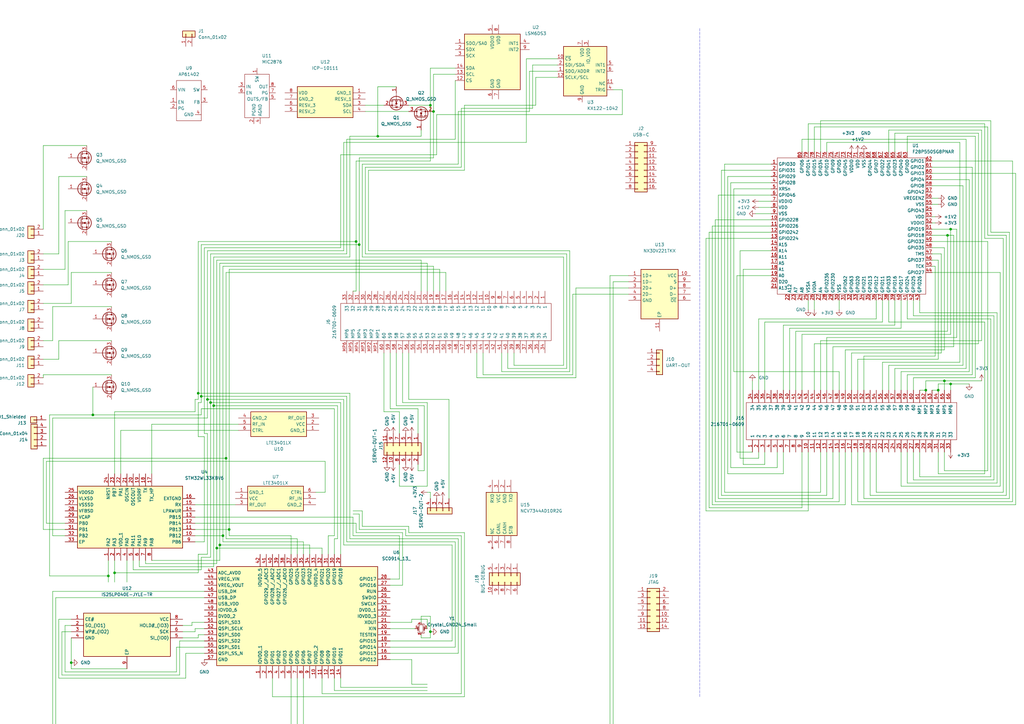
<source format=kicad_sch>
(kicad_sch (version 20250114) (generator "eeschema") (generator_version "9.0")
  (paper "A3")
  (junction (at 82.55 162.56))
  (junction (at 379.73 160.02))
  (junction (at 93.98 217.17))
  (junction (at 92.71 187.96))
  (junction (at 387.35 156.21))
  (junction (at 176.53 43.18))
  (junction (at 88.9 224.79))
  (junction (at 29.21 271.78))
  (junction (at 86.36 165.1))
  (junction (at 87.63 166.37))
  (junction (at 46.99 234.95))
  (junction (at 147.32 100.33))
  (junction (at 384.81 160.02))
  (junction (at 91.44 219.71))
  (junction (at 389.89 93.98))
  (junction (at 388.62 96.52))
  (junction (at 81.28 161.29))
  (junction (at 38.1 170.18))
  (junction (at 177.8 45.72))
  (junction (at 154.94 55.88))
  (junction (at 176.53 259.08))
  (junction (at 85.09 163.83))
  (junction (at 44.45 236.22))
  (junction (at 389.89 157.48))
  (junction (at 146.05 99.06))
  (junction (at 90.17 223.52))
  (wire (pts (xy 293.37 205.74) (xy 344.17 205.74)))
  (wire (pts (xy 384.81 157.48) (xy 389.89 157.48)))
  (wire (pts (xy 359.41 201.93) (xy 411.48 201.93)))
  (wire (pts (xy 85.09 177.8) (xy 85.09 227.33)))
  (wire (pts (xy 185.42 223.52) (xy 185.42 262.89)))
  (wire (pts (xy 412.75 203.2) (xy 412.75 96.52)))
  (wire (pts (xy 82.55 170.18) (xy 82.55 167.64)))
  (wire (pts (xy 189.23 68.58) (xy 189.23 44.45)))
  (wire (pts (xy 334.01 140.97) (xy 401.32 140.97)))
  (polyline (pts (xy 287.02 285.75) (xy 287.02 11.43)) (stroke (width 0.1) (type dash)))
  (wire (pts (xy 92.71 111.76) (xy 92.71 187.96)))
  (wire (pts (xy 205.74 144.78) (xy 205.74 152.4)))
  (wire (pts (xy 154.94 55.88) (xy 143.51 55.88)))
  (wire (pts (xy 189.23 44.45) (xy 218.44 44.45)))
  (wire (pts (xy 127 223.52) (xy 127 227.33)))
  (wire (pts (xy 311.15 185.42) (xy 311.15 187.96)))
  (wire (pts (xy 396.24 151.13) (xy 367.03 151.13)))
  (wire (pts (xy 382.27 101.6) (xy 387.35 101.6)))
  (wire (pts (xy 190.5 218.44) (xy 167.64 218.44)))
  (wire (pts (xy 49.53 176.53) (xy 97.79 176.53)))
  (wire (pts (xy 300.99 77.47) (xy 300.99 152.4)))
  (wire (pts (xy 82.55 162.56) (xy 82.55 165.1)))
  (wire (pts (xy 160.02 167.64) (xy 160.02 144.78)))
  (wire (pts (xy 62.23 229.87) (xy 90.17 229.87)))
  (wire (pts (xy 168.91 255.27) (xy 168.91 254)))
  (wire (pts (xy 369.57 199.39) (xy 410.21 199.39)))
  (wire (pts (xy 372.11 55.88) (xy 400.05 55.88)))
  (wire (pts (xy 44.45 236.22) (xy 44.45 238.76)))
  (wire (pts (xy 295.91 203.2) (xy 295.91 69.85)))
  (wire (pts (xy 295.91 69.85) (xy 316.23 69.85)))
  (wire (pts (xy 382.27 73.66) (xy 397.51 73.66)))
  (wire (pts (xy 382.27 106.68) (xy 384.81 106.68)))
  (wire (pts (xy 29.21 271.78) (xy 29.21 274.32)))
  (wire (pts (xy 157.48 168.91) (xy 157.48 144.78)))
  (wire (pts (xy 361.95 148.59) (xy 361.95 160.02)))
  (wire (pts (xy 313.69 132.08) (xy 361.95 132.08)))
  (wire (pts (xy 78.74 256.54) (xy 78.74 255.27)))
  (wire (pts (xy 17.78 139.7) (xy 21.59 139.7)))
  (wire (pts (xy 176.53 43.18) (xy 176.53 66.04)))
  (wire (pts (xy 219.71 31.75) (xy 228.6 31.75)))
  (wire (pts (xy 367.03 62.23) (xy 367.03 54.61)))
  (wire (pts (xy 92.71 220.98) (xy 121.92 220.98)))
  (wire (pts (xy 163.83 177.8) (xy 163.83 168.91)))
  (wire (pts (xy 171.45 193.04) (xy 171.45 190.5)))
  (wire (pts (xy 93.98 110.49) (xy 93.98 217.17)))
  (wire (pts (xy 359.41 130.81) (xy 359.41 123.19)))
  (wire (pts (xy 93.98 219.71) (xy 119.38 219.71)))
  (wire (pts (xy 87.63 232.41) (xy 57.15 232.41)))
  (wire (pts (xy 321.31 185.42) (xy 321.31 194.31)))
  (wire (pts (xy 294.64 204.47) (xy 341.63 204.47)))
  (wire (pts (xy 311.15 130.81) (xy 311.15 160.02)))
  (wire (pts (xy 124.46 222.25) (xy 124.46 227.33)))
  (wire (pts (xy 351.79 147.32) (xy 351.79 160.02)))
  (wire (pts (xy 91.44 219.71) (xy 91.44 222.25)))
  (wire (pts (xy 334.01 140.97) (xy 334.01 160.02)))
  (wire (pts (xy 81.28 234.95) (xy 46.99 234.95)))
  (wire (pts (xy 195.58 154.94) (xy 236.22 154.94)))
  (wire (pts (xy 316.23 80.01) (xy 294.64 80.01)))
  (wire (pts (xy 142.24 222.25) (xy 142.24 162.56)))
  (wire (pts (xy 133.35 201.93) (xy 129.54 201.93)))
  (wire (pts (xy 81.28 227.33) (xy 81.28 234.95)))
  (wire (pts (xy 62.23 194.31) (xy 62.23 173.99)))
  (wire (pts (xy 382.27 160.02) (xy 384.81 160.02)))
  (wire (pts (xy 403.86 50.8) (xy 403.86 97.79)))
  (wire (pts (xy 367.03 54.61) (xy 401.32 54.61)))
  (wire (pts (xy 24.13 72.39) (xy 35.56 72.39)))
  (wire (pts (xy 87.63 166.37) (xy 87.63 232.41)))
  (wire (pts (xy 85.09 163.83) (xy 85.09 171.45)))
  (wire (pts (xy 302.26 113.03) (xy 302.26 185.42)))
  (wire (pts (xy 80.01 163.83) (xy 80.01 168.91)))
  (wire (pts (xy 82.55 327.66) (xy 82.55 334.01)))
  (wire (pts (xy 398.78 153.67) (xy 372.11 153.67)))
  (wire (pts (xy 46.99 168.91) (xy 80.01 168.91)))
  (wire (pts (xy 171.45 167.64) (xy 160.02 167.64)))
  (wire (pts (xy 218.44 26.67) (xy 228.6 26.67)))
  (wire (pts (xy 140.97 58.42) (xy 140.97 102.87)))
  (wire (pts (xy 374.65 196.85) (xy 407.67 196.85)))
  (wire (pts (xy 369.57 152.4) (xy 369.57 160.02)))
  (wire (pts (xy 91.44 109.22) (xy 91.44 219.71)))
  (wire (pts (xy 416.56 71.12) (xy 416.56 207.01)))
  (wire (pts (xy 88.9 106.68) (xy 88.9 224.79)))
  (wire (pts (xy 367.03 123.19) (xy 367.03 133.35)))
  (wire (pts (xy 349.25 185.42) (xy 349.25 207.01)))
  (wire (pts (xy 198.12 144.78) (xy 198.12 153.67)))
  (wire (pts (xy 29.21 256.54) (xy 26.67 256.54)))
  (wire (pts (xy 21.59 139.7) (xy 21.59 125.73)))
  (wire (pts (xy 85.09 171.45) (xy 21.59 171.45)))
  (wire (pts (xy 331.47 50.8) (xy 403.86 50.8)))
  (wire (pts (xy 26.67 256.54) (xy 26.67 275.59)))
  (wire (pts (xy 185.42 262.89) (xy 160.02 262.89)))
  (wire (pts (xy 299.72 191.77) (xy 318.77 191.77)))
  (wire (pts (xy 81.28 261.62) (xy 74.93 261.62)))
  (wire (pts (xy 90.17 107.95) (xy 175.26 107.95)))
  (wire (pts (xy 82.55 100.33) (xy 147.32 100.33)))
  (wire (pts (xy 171.45 193.04) (xy 173.99 193.04)))
  (wire (pts (xy 19.05 214.63) (xy 19.05 189.23)))
  (wire (pts (xy 187.96 45.72) (xy 217.17 45.72)))
  (wire (pts (xy 81.28 99.06) (xy 146.05 99.06)))
  (wire (pts (xy 299.72 74.93) (xy 299.72 191.77)))
  (wire (pts (xy 251.46 115.57) (xy 257.81 115.57)))
  (wire (pts (xy 179.07 46.99) (xy 179.07 63.5)))
  (wire (pts (xy 298.45 194.31) (xy 298.45 72.39)))
  (wire (pts (xy 86.36 228.6) (xy 86.36 165.1)))
  (wire (pts (xy 384.81 160.02) (xy 384.81 157.48)))
  (wire (pts (xy 328.93 185.42) (xy 328.93 208.28)))
  (wire (pts (xy 255.27 36.83) (xy 255.27 46.99)))
  (wire (pts (xy 139.7 63.5) (xy 139.7 101.6)))
  (wire (pts (xy 132.08 284.48) (xy 189.23 284.48)))
  (wire (pts (xy 88.9 224.79) (xy 132.08 224.79)))
  (wire (pts (xy 81.28 161.29) (xy 81.28 163.83)))
  (wire (pts (xy 298.45 72.39) (xy 316.23 72.39)))
  (wire (pts (xy 372.11 185.42) (xy 372.11 198.12)))
  (wire (pts (xy 83.82 101.6) (xy 139.7 101.6)))
  (wire (pts (xy 292.1 92.71) (xy 292.1 207.01)))
  (wire (pts (xy 295.91 203.2) (xy 339.09 203.2)))
  (wire (pts (xy 323.85 134.62) (xy 323.85 160.02)))
  (wire (pts (xy 406.4 130.81) (xy 406.4 195.58)))
  (wire (pts (xy 184.15 204.47) (xy 184.15 163.83)))
  (wire (pts (xy 344.17 152.4) (xy 344.17 160.02)))
  (wire (pts (xy 29.21 111.76) (xy 45.72 111.76)))
  (wire (pts (xy 93.98 110.49) (xy 180.34 110.49)))
  (wire (pts (xy 402.59 139.7) (xy 402.59 53.34)))
  (wire (pts (xy 121.92 220.98) (xy 121.92 227.33)))
  (wire (pts (xy 318.77 185.42) (xy 318.77 191.77)))
  (wire (pts (xy 78.74 255.27) (xy 83.82 255.27)))
  (wire (pts (xy 144.78 119.38) (xy 146.05 119.38)))
  (wire (pts (xy 86.36 165.1) (xy 86.36 104.14)))
  (wire (pts (xy 334.01 52.07) (xy 334.01 62.23)))
  (wire (pts (xy 384.81 194.31) (xy 403.86 194.31)))
  (wire (pts (xy 290.83 208.28) (xy 290.83 95.25)))
  (wire (pts (xy 167.64 215.9) (xy 148.59 215.9)))
  (wire (pts (xy 143.51 220.98) (xy 187.96 220.98)))
  (wire (pts (xy 361.95 132.08) (xy 361.95 123.19)))
  (wire (pts (xy 151.13 102.87) (xy 151.13 69.85)))
  (wire (pts (xy 46.99 229.87) (xy 46.99 234.95)))
  (wire (pts (xy 321.31 194.31) (xy 298.45 194.31)))
  (wire (pts (xy 396.24 57.15) (xy 396.24 151.13)))
  (wire (pts (xy 336.55 185.42) (xy 336.55 201.93)))
  (wire (pts (xy 147.32 64.77) (xy 177.8 64.77)))
  (wire (pts (xy 303.53 102.87) (xy 316.23 102.87)))
  (wire (pts (xy 21.59 219.71) (xy 26.67 219.71)))
  (wire (pts (xy 186.69 222.25) (xy 142.24 222.25)))
  (wire (pts (xy 146.05 66.04) (xy 146.05 99.06)))
  (wire (pts (xy 304.8 190.5) (xy 313.69 190.5)))
  (wire (pts (xy 302.26 185.42) (xy 308.61 185.42)))
  (wire (pts (xy 389.89 93.98) (xy 392.43 93.98)))
  (wire (pts (xy 392.43 93.98) (xy 392.43 138.43)))
  (wire (pts (xy 316.23 77.47) (xy 300.99 77.47)))
  (wire (pts (xy 367.03 151.13) (xy 367.03 160.02)))
  (wire (pts (xy 74.93 259.08) (xy 80.01 259.08)))
  (wire (pts (xy 146.05 214.63) (xy 146.05 218.44)))
  (wire (pts (xy 382.27 68.58) (xy 398.78 68.58)))
  (wire (pts (xy 406.4 95.25) (xy 414.02 95.25)))
  (wire (pts (xy 167.64 43.18) (xy 176.53 43.18)))
  (wire (pts (xy 382.27 109.22) (xy 383.54 109.22)))
  (wire (pts (xy 339.09 185.42) (xy 339.09 203.2)))
  (wire (pts (xy 80.01 259.08) (xy 80.01 257.81)))
  (wire (pts (xy 364.49 160.02) (xy 364.49 149.86)))
  (wire (pts (xy 172.72 255.27) (xy 172.72 252.73)))
  (wire (pts (xy 372.11 153.67) (xy 372.11 160.02)))
  (wire (pts (xy 177.8 30.48) (xy 177.8 45.72)))
  (wire (pts (xy 328.93 208.28) (xy 290.83 208.28)))
  (wire (pts (xy 132.08 278.13) (xy 132.08 284.48)))
  (wire (pts (xy 218.44 44.45) (xy 218.44 26.67)))
  (wire (pts (xy 148.59 215.9) (xy 148.59 209.55)))
  (wire (pts (xy 383.54 109.22) (xy 383.54 146.05)))
  (wire (pts (xy 38.1 170.18) (xy 82.55 170.18)))
  (wire (pts (xy 144.78 209.55) (xy 148.59 209.55)))
  (wire (pts (xy 391.16 142.24) (xy 391.16 96.52)))
  (wire (pts (xy 82.55 233.68) (xy 82.55 228.6)))
  (wire (pts (xy 35.56 86.36) (xy 26.67 86.36)))
  (wire (pts (xy 80.01 217.17) (xy 93.98 217.17)))
  (wire (pts (xy 80.01 163.83) (xy 81.28 163.83)))
  (wire (pts (xy 21.59 242.57) (xy 21.59 342.9)))
  (wire (pts (xy 374.65 123.19) (xy 374.65 129.54)))
  (wire (pts (xy 163.83 168.91) (xy 157.48 168.91)))
  (wire (pts (xy 165.1 165.1) (xy 165.1 144.78)))
  (wire (pts (xy 29.21 261.62) (xy 29.21 271.78)))
  (wire (pts (xy 172.72 261.62) (xy 172.72 260.35)))
  (wire (pts (xy 17.78 217.17) (xy 26.67 217.17)))
  (wire (pts (xy 331.47 185.42) (xy 331.47 209.55)))
  (wire (pts (xy 137.16 283.21) (xy 175.26 283.21)))
  (wire (pts (xy 341.63 142.24) (xy 391.16 142.24)))
  (wire (pts (xy 382.27 99.06) (xy 405.13 99.06)))
  (wire (pts (xy 142.24 57.15) (xy 142.24 104.14)))
  (wire (pts (xy 311.15 82.55) (xy 316.23 82.55)))
  (wire (pts (xy 311.15 85.09) (xy 316.23 85.09)))
  (wire (pts (xy 303.53 187.96) (xy 303.53 102.87)))
  (wire (pts (xy 231.14 105.41) (xy 148.59 105.41)))
  (wire (pts (xy 189.23 219.71) (xy 166.37 219.71)))
  (wire (pts (xy 82.55 100.33) (xy 82.55 162.56)))
  (wire (pts (xy 328.93 62.23) (xy 328.93 57.15)))
  (wire (pts (xy 80.01 207.01) (xy 96.52 207.01)))
  (wire (pts (xy 316.23 92.71) (xy 292.1 92.71)))
  (wire (pts (xy 364.49 149.86) (xy 394.97 149.86)))
  (wire (pts (xy 73.66 276.86) (xy 73.66 262.89)))
  (wire (pts (xy 168.91 280.67) (xy 175.26 280.67)))
  (wire (pts (xy 384.81 185.42) (xy 384.81 194.31)))
  (wire (pts (xy 46.99 234.95) (xy 46.99 238.76)))
  (wire (pts (xy 139.7 278.13) (xy 139.7 281.94)))
  (wire (pts (xy 407.67 129.54) (xy 407.67 196.85)))
  (wire (pts (xy 177.8 45.72) (xy 177.8 64.77)))
  (wire (pts (xy 313.69 132.08) (xy 313.69 160.02)))
  (wire (pts (xy 304.8 110.49) (xy 304.8 190.5)))
  (wire (pts (xy 175.26 165.1) (xy 165.1 165.1)))
  (wire (pts (xy 59.69 231.14) (xy 59.69 229.87)))
  (wire (pts (xy 175.26 199.39) (xy 175.26 165.1)))
  (wire (pts (xy 24.13 278.13) (xy 76.2 278.13)))
  (wire (pts (xy 328.93 57.15) (xy 396.24 57.15)))
  (wire (pts (xy 341.63 185.42) (xy 341.63 204.47)))
  (wire (pts (xy 165.1 218.44) (xy 165.1 240.03)))
  (wire (pts (xy 349.25 144.78) (xy 349.25 160.02)))
  (wire (pts (xy 160.02 257.81) (xy 170.18 257.81)))
  (wire (pts (xy 172.72 119.38) (xy 172.72 106.68)))
  (wire (pts (xy 160.02 270.51) (xy 168.91 270.51)))
  (wire (pts (xy 405.13 96.52) (xy 405.13 52.07)))
  (wire (pts (xy 410.21 111.76) (xy 410.21 199.39)))
  (wire (pts (xy 17.78 124.46) (xy 29.21 124.46)))
  (wire (pts (xy 17.78 187.96) (xy 17.78 217.17)))
  (wire (pts (xy 26.67 275.59) (xy 72.39 275.59)))
  (wire (pts (xy 140.97 102.87) (xy 85.09 102.87)))
  (wire (pts (xy 111.76 278.13) (xy 111.76 285.75)))
  (wire (pts (xy 328.93 137.16) (xy 389.89 137.16)))
  (wire (pts (xy 80.01 257.81) (xy 83.82 257.81)))
  (wire (pts (xy 351.79 205.74) (xy 415.29 205.74)))
  (wire (pts (xy 208.28 144.78) (xy 208.28 151.13)))
  (wire (pts (xy 171.45 177.8) (xy 171.45 167.64)))
  (wire (pts (xy 186.69 265.43) (xy 186.69 222.25)))
  (wire (pts (xy 160.02 255.27) (xy 168.91 255.27)))
  (wire (pts (xy 182.88 111.76) (xy 92.71 111.76)))
  (wire (pts (xy 316.23 113.03) (xy 302.26 113.03)))
  (wire (pts (xy 397.51 73.66) (xy 397.51 152.4)))
  (wire (pts (xy 374.65 185.42) (xy 374.65 196.85)))
  (wire (pts (xy 62.23 173.99) (xy 97.79 173.99)))
  (wire (pts (xy 148.59 67.31) (xy 187.96 67.31)))
  (wire (pts (xy 24.13 254) (xy 24.13 278.13)))
  (wire (pts (xy 217.17 29.21) (xy 228.6 29.21)))
  (wire (pts (xy 354.33 204.47) (xy 414.02 204.47)))
  (wire (pts (xy 339.09 62.23) (xy 339.09 58.42)))
  (wire (pts (xy 394.97 76.2) (xy 382.27 76.2)))
  (wire (pts (xy 179.07 63.5) (xy 139.7 63.5)))
  (wire (pts (xy 386.08 104.14) (xy 386.08 144.78)))
  (wire (pts (xy 73.66 262.89) (xy 83.82 262.89)))
  (wire (pts (xy 398.78 68.58) (xy 398.78 153.67)))
  (wire (pts (xy 372.11 198.12) (xy 408.94 198.12)))
  (wire (pts (xy 21.59 125.73) (xy 45.72 125.73)))
  (wire (pts (xy 388.62 96.52) (xy 388.62 135.89)))
  (wire (pts (xy 22.86 341.63) (xy 22.86 245.11)))
  (wire (pts (xy 344.17 185.42) (xy 344.17 205.74)))
  (wire (pts (xy 57.15 232.41) (xy 57.15 229.87)))
  (wire (pts (xy 172.72 55.88) (xy 172.72 53.34)))
  (wire (pts (xy 400.05 154.94) (xy 374.65 154.94)))
  (wire (pts (xy 93.98 217.17) (xy 93.98 219.71)))
  (wire (pts (xy 91.44 219.71) (xy 80.01 219.71)))
  (wire (pts (xy 121.92 327.66) (xy 121.92 278.13)))
  (wire (pts (xy 195.58 144.78) (xy 195.58 154.94)))
  (wire (pts (xy 147.32 217.17) (xy 147.32 210.82)))
  (wire (pts (xy 85.09 163.83) (xy 140.97 163.83)))
  (wire (pts (xy 17.78 104.14) (xy 24.13 104.14)))
  (wire (pts (xy 339.09 138.43) (xy 392.43 138.43)))
  (wire (pts (xy 149.86 43.18) (xy 157.48 43.18)))
  (wire (pts (xy 356.87 185.42) (xy 356.87 203.2)))
  (wire (pts (xy 401.32 54.61) (xy 401.32 140.97)))
  (wire (pts (xy 377.19 128.27) (xy 408.94 128.27)))
  (wire (pts (xy 163.83 190.5) (xy 163.83 199.39)))
  (wire (pts (xy 176.53 201.93) (xy 176.53 204.47)))
  (wire (pts (xy 313.69 190.5) (xy 313.69 185.42)))
  (wire (pts (xy 91.44 109.22) (xy 177.8 109.22)))
  (wire (pts (xy 210.82 144.78) (xy 210.82 149.86)))
  (wire (pts (xy 119.38 320.04) (xy 110.49 320.04)))
  (wire (pts (xy 133.35 189.23) (xy 133.35 201.93)))
  (wire (pts (xy 139.7 281.94) (xy 175.26 281.94)))
  (wire (pts (xy 397.51 152.4) (xy 369.57 152.4)))
  (wire (pts (xy 180.34 110.49) (xy 180.34 119.38)))
  (wire (pts (xy 316.23 74.93) (xy 299.72 74.93)))
  (wire (pts (xy 189.23 219.71) (xy 189.23 284.48)))
  (wire (pts (xy 27.94 116.84) (xy 27.94 99.06)))
  (wire (pts (xy 92.71 187.96) (xy 92.71 220.98)))
  (wire (pts (xy 364.49 123.19) (xy 364.49 132.08)))
  (wire (pts (xy 383.54 146.05) (xy 354.33 146.05)))
  (wire (pts (xy 190.5 69.85) (xy 190.5 43.18)))
  (wire (pts (xy 364.49 132.08) (xy 403.86 132.08)))
  (wire (pts (xy 46.99 168.91) (xy 46.99 194.31)))
  (wire (pts (xy 255.27 46.99) (xy 179.07 46.99)))
  (wire (pts (xy 110.49 327.66) (xy 121.92 327.66)))
  (wire (pts (xy 341.63 142.24) (xy 341.63 160.02)))
  (wire (pts (xy 160.02 265.43) (xy 186.69 265.43)))
  (wire (pts (xy 387.35 156.21) (xy 402.59 156.21)))
  (wire (pts (xy 386.08 144.78) (xy 349.25 144.78)))
  (wire (pts (xy 29.21 259.08) (xy 25.4 259.08)))
  (wire (pts (xy 187.96 220.98) (xy 187.96 267.97)))
  (wire (pts (xy 163.83 237.49) (xy 163.83 219.71)))
  (wire (pts (xy 369.57 123.19) (xy 369.57 134.62)))
  (wire (pts (xy 351.79 185.42) (xy 351.79 205.74)))
  (wire (pts (xy 173.99 193.04) (xy 173.99 166.37)))
  (wire (pts (xy 339.09 58.42) (xy 393.7 58.42)))
  (wire (pts (xy 309.88 87.63) (xy 316.23 87.63)))
  (wire (pts (xy 250.19 113.03) (xy 250.19 341.63)))
  (wire (pts (xy 25.4 276.86) (xy 73.66 276.86)))
  (wire (pts (xy 21.59 342.9) (xy 251.46 342.9)))
  (wire (pts (xy 382.27 88.9) (xy 383.54 88.9)))
  (wire (pts (xy 293.37 205.74) (xy 293.37 90.17)))
  (wire (pts (xy 382.27 81.28) (xy 384.81 81.28)))
  (wire (pts (xy 408.94 128.27) (xy 408.94 198.12)))
  (wire (pts (xy 297.18 201.93) (xy 336.55 201.93)))
  (wire (pts (xy 389.89 157.48) (xy 397.51 157.48)))
  (wire (pts (xy 387.35 160.02) (xy 387.35 156.21)))
  (wire (pts (xy 387.35 156.21) (xy 379.73 156.21)))
  (wire (pts (xy 175.26 201.93) (xy 176.53 201.93)))
  (wire (pts (xy 83.82 101.6) (xy 83.82 177.8)))
  (wire (pts (xy 25.4 259.08) (xy 25.4 276.86)))
  (wire (pts (xy 177.8 119.38) (xy 177.8 109.22)))
  (wire (pts (xy 17.78 147.32) (xy 24.13 147.32)))
  (wire (pts (xy 406.4 49.53) (xy 406.4 95.25)))
  (wire (pts (xy 328.93 160.02) (xy 328.93 137.16)))
  (wire (pts (xy 76.2 278.13) (xy 76.2 267.97)))
  (wire (pts (xy 405.13 52.07) (xy 334.01 52.07)))
  (wire (pts (xy 52.07 229.87) (xy 52.07 238.76)))
  (wire (pts (xy 374.65 129.54) (xy 407.67 129.54)))
  (wire (pts (xy 384.81 106.68) (xy 384.81 147.32)))
  (wire (pts (xy 215.9 24.13) (xy 215.9 58.42)))
  (wire (pts (xy 297.18 67.31) (xy 297.18 201.93)))
  (wire (pts (xy 176.53 259.08) (xy 176.53 261.62)))
  (wire (pts (xy 346.71 160.02) (xy 346.71 143.51)))
  (wire (pts (xy 234.95 120.65) (xy 257.81 120.65)))
  (wire (pts (xy 379.73 156.21) (xy 379.73 160.02)))
  (wire (pts (xy 162.56 166.37) (xy 162.56 144.78)))
  (wire (pts (xy 215.9 58.42) (xy 140.97 58.42)))
  (wire (pts (xy 26.67 86.36) (xy 26.67 110.49)))
  (wire (pts (xy 187.96 267.97) (xy 160.02 267.97)))
  (wire (pts (xy 336.55 160.02) (xy 336.55 139.7)))
  (wire (pts (xy 44.45 229.87) (xy 44.45 236.22)))
  (wire (pts (xy 82.55 162.56) (xy 142.24 162.56)))
  (wire (pts (xy 186.69 33.02) (xy 186.69 57.15)))
  (wire (pts (xy 83.82 179.07) (xy 81.28 179.07)))
  (wire (pts (xy 403.86 97.79) (xy 411.48 97.79)))
  (wire (pts (xy 308.61 156.21) (xy 308.61 160.02)))
  (wire (pts (xy 326.39 135.89) (xy 326.39 160.02)))
  (wire (pts (xy 374.65 154.94) (xy 374.65 160.02)))
  (wire (pts (xy 172.72 252.73) (xy 176.53 252.73)))
  (wire (pts (xy 186.69 57.15) (xy 142.24 57.15)))
  (wire (pts (xy 149.86 68.58) (xy 189.23 68.58)))
  (wire (pts (xy 372.11 130.81) (xy 406.4 130.81)))
  (wire (pts (xy 143.51 55.88) (xy 143.51 105.41)))
  (wire (pts (xy 182.88 119.38) (xy 182.88 111.76)))
  (wire (pts (xy 339.09 138.43) (xy 339.09 160.02)))
  (wire (pts (xy 382.27 83.82) (xy 384.81 83.82)))
  (wire (pts (xy 160.02 237.49) (xy 163.83 237.49)))
  (wire (pts (xy 29.21 254) (xy 24.13 254)))
  (wire (pts (xy 387.35 193.04) (xy 387.35 185.42)))
  (wire (pts (xy 20.32 170.18) (xy 38.1 170.18)))
  (wire (pts (xy 17.78 110.49) (xy 26.67 110.49)))
  (wire (pts (xy 393.7 148.59) (xy 361.95 148.59)))
  (wire (pts (xy 219.71 43.18) (xy 219.71 31.75)))
  (wire (pts (xy 377.19 160.02) (xy 379.73 160.02)))
  (wire (pts (xy 400.05 55.88) (xy 400.05 154.94)))
  (wire (pts (xy 293.37 90.17) (xy 316.23 90.17)))
  (wire (pts (xy 184.15 163.83) (xy 167.64 163.83)))
  (wire (pts (xy 257.81 113.03) (xy 250.19 113.03)))
  (wire (pts (xy 354.33 185.42) (xy 354.33 204.47)))
  (wire (pts (xy 111.76 285.75) (xy 190.5 285.75)))
  (wire (pts (xy 364.49 53.34) (xy 402.59 53.34)))
  (wire (pts (xy 232.41 104.14) (xy 149.86 104.14)))
  (wire (pts (xy 190.5 43.18) (xy 219.71 43.18)))
  (wire (pts (xy 29.21 124.46) (xy 29.21 111.76)))
  (wire (pts (xy 81.28 260.35) (xy 81.28 261.62)))
  (wire (pts (xy 27.94 99.06) (xy 45.72 99.06)))
  (wire (pts (xy 311.15 130.81) (xy 359.41 130.81)))
  (wire (pts (xy 17.78 93.98) (xy 17.78 59.69)))
  (wire (pts (xy 208.28 151.13) (xy 232.41 151.13)))
  (wire (pts (xy 81.28 165.1) (xy 82.55 165.1)))
  (wire (pts (xy 372.11 123.19) (xy 372.11 130.81)))
  (wire (pts (xy 168.91 254) (xy 175.26 254)))
  (wire (pts (xy 81.28 179.07) (xy 81.28 165.1)))
  (wire (pts (xy 91.44 222.25) (xy 124.46 222.25)))
  (wire (pts (xy 22.86 245.11) (xy 83.82 245.11)))
  (wire (pts (xy 172.72 261.62) (xy 176.53 261.62)))
  (wire (pts (xy 137.16 167.64) (xy 137.16 219.71)))
  (wire (pts (xy 205.74 152.4) (xy 233.68 152.4)))
  (wire (pts (xy 364.49 62.23) (xy 364.49 53.34)))
  (wire (pts (xy 45.72 153.67) (xy 17.78 153.67)))
  (wire (pts (xy 17.78 59.69) (xy 35.56 59.69)))
  (wire (pts (xy 20.32 236.22) (xy 20.32 170.18)))
  (wire (pts (xy 83.82 260.35) (xy 81.28 260.35)))
  (wire (pts (xy 321.31 160.02) (xy 321.31 133.35)))
  (wire (pts (xy 346.71 143.51) (xy 387.35 143.51)))
  (wire (pts (xy 300.99 152.4) (xy 344.17 152.4)))
  (wire (pts (xy 146.05 66.04) (xy 176.53 66.04)))
  (wire (pts (xy 354.33 146.05) (xy 354.33 160.02)))
  (wire (pts (xy 377.19 123.19) (xy 377.19 128.27)))
  (wire (pts (xy 187.96 67.31) (xy 187.96 45.72)))
  (wire (pts (xy 143.51 161.29) (xy 143.51 220.98)))
  (wire (pts (xy 415.29 205.74) (xy 415.29 66.04)))
  (wire (pts (xy 90.17 229.87) (xy 90.17 223.52)))
  (wire (pts (xy 405.13 193.04) (xy 387.35 193.04)))
  (wire (pts (xy 175.26 107.95) (xy 175.26 119.38)))
  (wire (pts (xy 134.62 227.33) (xy 134.62 219.71)))
  (wire (pts (xy 389.89 157.48) (xy 389.89 160.02)))
  (wire (pts (xy 198.12 153.67) (xy 234.95 153.67)))
  (wire (pts (xy 151.13 69.85) (xy 190.5 69.85)))
  (wire (pts (xy 344.17 123.19) (xy 344.17 127)))
  (wire (pts (xy 154.94 55.88) (xy 172.72 55.88)))
  (wire (pts (xy 90.17 223.52) (xy 90.17 107.95)))
  (wire (pts (xy 290.83 95.25) (xy 316.23 95.25)))
  (wire (pts (xy 236.22 118.11) (xy 257.81 118.11)))
  (wire (pts (xy 81.28 99.06) (xy 81.28 161.29)))
  (wire (pts (xy 144.78 219.71) (xy 144.78 212.09)))
  (wire (pts (xy 143.51 105.41) (xy 87.63 105.41)))
  (wire (pts (xy 369.57 185.42) (xy 369.57 199.39)))
  (wire (pts (xy 334.01 123.19) (xy 334.01 127)))
  (wire (pts (xy 316.23 110.49) (xy 304.8 110.49)))
  (wire (pts (xy 336.55 49.53) (xy 406.4 49.53)))
  (wire (pts (xy 140.97 163.83) (xy 140.97 223.52)))
  (wire (pts (xy 85.09 102.87) (xy 85.09 163.83)))
  (wire (pts (xy 167.64 218.44) (xy 167.64 215.9)))
  (wire (pts (xy 382.27 104.14) (xy 386.08 104.14)))
  (wire (pts (xy 29.21 274.32) (xy 52.07 274.32)))
  (wire (pts (xy 336.55 62.23) (xy 336.55 49.53)))
  (wire (pts (xy 311.15 187.96) (xy 303.53 187.96)))
  (wire (pts (xy 359.41 185.42) (xy 359.41 201.93)))
  (wire (pts (xy 289.56 209.55) (xy 331.47 209.55)))
  (wire (pts (xy 24.13 147.32) (xy 24.13 139.7)))
  (wire (pts (xy 144.78 219.71) (xy 163.83 219.71)))
  (wire (pts (xy 134.62 219.71) (xy 137.16 219.71)))
  (wire (pts (xy 160.02 240.03) (xy 165.1 240.03)))
  (wire (pts (xy 119.38 219.71) (xy 119.38 227.33)))
  (wire (pts (xy 49.53 176.53) (xy 49.53 194.31)))
  (wire (pts (xy 384.81 147.32) (xy 351.79 147.32)))
  (wire (pts (xy 144.78 210.82) (xy 147.32 210.82)))
  (wire (pts (xy 346.71 185.42) (xy 346.71 207.01)))
  (wire (pts (xy 72.39 275.59) (xy 72.39 265.43)))
  (wire (pts (xy 83.82 222.25) (xy 83.82 179.07)))
  (wire (pts (xy 236.22 154.94) (xy 236.22 118.11)))
  (wire (pts (xy 85.09 177.8) (xy 83.82 177.8)))
  (wire (pts (xy 190.5 218.44) (xy 190.5 285.75)))
  (wire (pts (xy 210.82 149.86) (xy 231.14 149.86)))
  (wire (pts (xy 228.6 24.13) (xy 215.9 24.13)))
  (wire (pts (xy 162.56 35.56) (xy 154.94 35.56)))
  (wire (pts (xy 382.27 71.12) (xy 416.56 71.12)))
  (wire (pts (xy 88.9 224.79) (xy 88.9 231.14)))
  (wire (pts (xy 412.75 96.52) (xy 405.13 96.52)))
  (wire (pts (xy 168.91 270.51) (xy 168.91 280.67)))
  (wire (pts (xy 124.46 334.01) (xy 124.46 278.13)))
  (wire (pts (xy 72.39 265.43) (xy 83.82 265.43)))
  (wire (pts (xy 382.27 96.52) (xy 388.62 96.52)))
  (wire (pts (xy 372.11 62.23) (xy 372.11 55.88)))
  (wire (pts (xy 388.62 135.89) (xy 326.39 135.89)))
  (wire (pts (xy 90.17 223.52) (xy 127 223.52)))
  (wire (pts (xy 233.68 102.87) (xy 151.13 102.87)))
  (wire (pts (xy 138.43 166.37) (xy 138.43 220.98)))
  (wire (pts (xy 137.16 227.33) (xy 137.16 220.98)))
  (wire (pts (xy 292.1 207.01) (xy 346.71 207.01)))
  (wire (pts (xy 251.46 36.83) (xy 255.27 36.83)))
  (wire (pts (xy 369.57 134.62) (xy 323.85 134.62)))
  (wire (pts (xy 394.97 149.86) (xy 394.97 76.2)))
  (wire (pts (xy 44.45 236.22) (xy 20.32 236.22)))
  (wire (pts (xy 54.61 233.68) (xy 82.55 233.68)))
  (wire (pts (xy 294.64 80.01) (xy 294.64 204.47)))
  (wire (pts (xy 82.55 334.01) (xy 124.46 334.01)))
  (wire (pts (xy 176.53 27.94) (xy 176.53 43.18)))
  (wire (pts (xy 233.68 152.4) (xy 233.68 102.87)))
  (wire (pts (xy 146.05 218.44) (xy 165.1 218.44)))
  (wire (pts (xy 234.95 153.67) (xy 234.95 120.65)))
  (wire (pts (xy 19.05 214.63) (xy 26.67 214.63)))
  (wire (pts (xy 149.86 45.72) (xy 167.64 45.72)))
  (wire (pts (xy 147.32 100.33) (xy 147.32 119.38)))
  (wire (pts (xy 85.09 227.33) (xy 81.28 227.33)))
  (wire (pts (xy 166.37 219.71) (xy 166.37 217.17)))
  (wire (pts (xy 167.64 163.83) (xy 167.64 144.78)))
  (wire (pts (xy 166.37 217.17) (xy 147.32 217.17)))
  (wire (pts (xy 74.93 256.54) (xy 78.74 256.54)))
  (wire (pts (xy 24.13 72.39) (xy 24.13 104.14)))
  (wire (pts (xy 316.23 97.79) (xy 289.56 97.79)))
  (wire (pts (xy 377.19 195.58) (xy 377.19 185.42)))
  (wire (pts (xy 405.13 99.06) (xy 405.13 193.04)))
  (wire (pts (xy 176.53 252.73) (xy 176.53 259.08)))
  (wire (pts (xy 406.4 195.58) (xy 377.19 195.58)))
  (wire (pts (xy 88.9 231.14) (xy 59.69 231.14)))
  (wire (pts (xy 349.25 207.01) (xy 416.56 207.01)))
  (wire (pts (xy 336.55 139.7) (xy 402.59 139.7)))
  (wire (pts (xy 148.59 105.41) (xy 148.59 67.31)))
  (wire (pts (xy 217.17 45.72) (xy 217.17 29.21)))
  (wire (pts (xy 147.32 64.77) (xy 147.32 100.33)))
  (wire (pts (xy 119.38 278.13) (xy 119.38 320.04)))
  (wire (pts (xy 80.01 222.25) (xy 83.82 222.25)))
  (wire (pts (xy 331.47 62.23) (xy 331.47 50.8)))
  (wire (pts (xy 289.56 97.79) (xy 289.56 209.55)))
  (wire (pts (xy 82.55 228.6) (xy 86.36 228.6)))
  (wire (pts (xy 87.63 166.37) (xy 138.43 166.37)))
  (wire (pts (xy 382.27 91.44) (xy 383.54 91.44)))
  (wire (pts (xy 76.2 267.97) (xy 83.82 267.97)))
  (wire (pts (xy 186.69 27.94) (xy 176.53 27.94)))
  (wire (pts (xy 250.19 341.63) (xy 22.86 341.63)))
  (wire (pts (xy 149.86 104.14) (xy 149.86 68.58)))
  (wire (pts (xy 331.47 123.19) (xy 331.47 127)))
  (wire (pts (xy 389.89 93.98) (xy 389.89 137.16)))
  (wire (pts (xy 83.82 242.57) (xy 21.59 242.57)))
  (wire (pts (xy 382.27 93.98) (xy 389.89 93.98)))
  (wire (pts (xy 231.14 149.86) (xy 231.14 105.41)))
  (wire (pts (xy 163.83 199.39) (xy 175.26 199.39)))
  (wire (pts (xy 403.86 132.08) (xy 403.86 194.31)))
  (wire (pts (xy 139.7 165.1) (xy 139.7 227.33)))
  (wire (pts (xy 387.35 101.6) (xy 387.35 143.51)))
  (wire (pts (xy 24.13 139.7) (xy 45.72 139.7)))
  (wire (pts (xy 38.1 170.18) (xy 38.1 158.75)))
  (wire (pts (xy 87.63 105.41) (xy 87.63 166.37)))
  (wire (pts (xy 81.28 161.29) (xy 143.51 161.29)))
  (wire (pts (xy 173.99 166.37) (xy 162.56 166.37)))
  (wire (pts (xy 144.78 212.09) (xy 80.01 212.09)))
  (wire (pts (xy 139.7 165.1) (xy 86.36 165.1)))
  (wire (pts (xy 21.59 171.45) (xy 21.59 219.71)))
  (wire (pts (xy 140.97 223.52) (xy 185.42 223.52)))
  (wire (pts (xy 82.55 167.64) (xy 137.16 167.64)))
  (wire (pts (xy 186.69 30.48) (xy 177.8 30.48)))
  (wire (pts (xy 137.16 220.98) (xy 138.43 220.98)))
  (wire (pts (xy 391.16 96.52) (xy 388.62 96.52)))
  (wire (pts (xy 415.29 66.04) (xy 382.27 66.04)))
  (wire (pts (xy 19.05 189.23) (xy 133.35 189.23)))
  (wire (pts (xy 132.08 224.79) (xy 132.08 227.33)))
  (wire (pts (xy 321.31 133.35) (xy 367.03 133.35)))
  (wire (pts (xy 146.05 99.06) (xy 146.05 119.38)))
  (wire (pts (xy 17.78 116.84) (xy 27.94 116.84)))
  (wire (pts (xy 86.36 104.14) (xy 142.24 104.14)))
  (wire (pts (xy 54.61 229.87) (xy 54.61 233.68)))
  (wire (pts (xy 175.26 254) (xy 175.26 257.81)))
  (wire (pts (xy 382.27 111.76) (xy 410.21 111.76)))
  (wire (pts (xy 316.23 67.31) (xy 297.18 67.31)))
  (wire (pts (xy 172.72 106.68) (xy 88.9 106.68)))
  (wire (pts (xy 232.41 151.13) (xy 232.41 104.14)))
  (wire (pts (xy 92.71 187.96) (xy 17.78 187.96)))
  (wire (pts (xy 137.16 278.13) (xy 137.16 283.21)))
  (wire (pts (xy 251.46 342.9) (xy 251.46 115.57)))
  (wire (pts (xy 356.87 203.2) (xy 412.75 203.2)))
  (wire (pts (xy 414.02 95.25) (xy 414.02 204.47)))
  (wire (pts (xy 154.94 35.56) (xy 154.94 55.88)))
  (wire (pts (xy 411.48 97.79) (xy 411.48 201.93)))
  (wire (pts (xy 17.78 153.67) (xy 17.78 154.94)))
  (wire (pts (xy 80.01 214.63) (xy 146.05 214.63)))
  (wire (pts (xy 393.7 58.42) (xy 393.7 148.59)))
  (symbol (lib_id "New_Library:AP61402") (at 77.47 40.64 0) (unit 1)
    (property "Reference" "U9" (at 77.47 27.94 0))
    (property "Value" "AP61402" (at 77.47 30.48 0))
    (property "Footprint" "216700-0609:V-DFN1515-6" (effects (hide yes)))
  )
  (symbol (lib_id "power:GND") (at 158.75 177.8 180) (unit 1)
    (property "Reference" "#PWR0109" (effects (hide yes)))
    (property "Value" "GND" (at 158.75 172.72 90))
  )
  (symbol (lib_id "Connector_Generic:Conn_01x02") (at 12.7 149.86 180) (unit 1)
    (property "Reference" "J11" (at 10.16 149.8601 0) (effects (justify left)))
    (property "Value" "Conn_01x02" (at 10.16 147.3201 0) (effects (justify left)))
    (property "Footprint" "Connector_AMASS:AMASS_XT30U-F_1x02_P5.0mm_Vertical" (effects (hide yes)))
  )
  (symbol (lib_id "New_Library:F28P550SG8PNAR") (at 346.71 92.71 0) (unit 1)
    (property "Reference" "U1" (at 374.1294 59.69 0) (effects (justify left)))
    (property "Value" "F28P550SG8PNAR" (at 374.1294 62.23 0) (effects (justify left)))
    (property "Footprint" "Package_QFP:TQFP-80_12x12mm_P0.5mm" (effects (hide yes)))
  )
  (symbol (lib_id "Connector_Generic:Conn_01x02") (at 12.7 106.68 180) (unit 1)
    (property "Reference" "J3" (at 10.16 106.6801 0) (effects (justify left)))
    (property "Value" "Conn_01x02" (at 10.16 104.1401 0) (effects (justify left)))
    (property "Footprint" "Connector_AMASS:AMASS_XT30U-F_1x02_P5.0mm_Vertical" (effects (hide yes)))
  )
  (symbol (lib_id "power:GND") (at 176.53 259.08 90) (unit 1)
    (property "Reference" "#PWR0114" (effects (hide yes)))
    (property "Value" "GND" (at 180.34 259.0799 90) (effects (justify right)))
  )
  (symbol (lib_id "Sensor_Motion:LSM6DS3") (at 201.93 25.4 0) (unit 1)
    (property "Reference" "U2" (at 219.71 11.2012 0))
    (property "Value" "LSM6DS3" (at 219.71 13.7412 0))
    (property "Footprint" "Package_LGA:LGA-14_3x2.5mm_P0.5mm_LayoutBorder3x4y" (effects (hide yes)))
    (property "Datasheet" "www.st.com/resource/en/datasheet/lsm6ds3.pdf" (effects (hide yes)))
  )
  (symbol (lib_id "power:+3.3V") (at 389.89 185.42 180) (unit 1)
    (property "Reference" "#PWR0125" (effects (hide yes)))
    (property "Value" "+3V3" (at 392.43 186.6899 0) (effects (justify right)))
  )
  (symbol (lib_id "power:GND") (at 179.07 204.47 180) (unit 1)
    (property "Reference" "#PWR0102" (effects (hide yes)))
    (property "Value" "GND" (at 179.07 199.39 90))
  )
  (symbol (lib_id "Connector_Generic:Conn_01x04") (at 270.51 147.32 0) (unit 1)
    (property "Reference" "J10" (at 273.05 147.3199 0) (effects (justify left)))
    (property "Value" "UART-OUT" (at 273.05 149.8599 0) (effects (justify left)))
    (property "Footprint" "Connector_PinHeader_2.54mm:PinHeader_1x04_P2.54mm_Vertical" (effects (hide yes)))
  )
  (symbol (lib_id "Connector_Generic:Conn_01x02") (at 12.7 127 180) (unit 1)
    (property "Reference" "J7" (at 10.16 127.0001 0) (effects (justify left)))
    (property "Value" "Conn_01x02" (at 10.16 124.4601 0) (effects (justify left)))
    (property "Footprint" "Connector_AMASS:AMASS_XT30U-F_1x02_P5.0mm_Vertical" (effects (hide yes)))
  )
  (symbol (lib_id "power:+5V") (at 168.91 190.5 180) (unit 1)
    (property "Reference" "#PWR0101" (effects (hide yes)))
    (property "Value" "+5V" (at 168.91 194.31 90) (effects (justify left)))
  )
  (symbol (lib_id "power:+1V2") (at 351.79 62.23 0) (unit 1)
    (property "Reference" "#PWR0117" (effects (hide yes)))
    (property "Value" "+1V2" (at 351.79 57.15 0))
  )
  (symbol (lib_id "STM32WL33KBV6:STM32WL33KBV6") (at 44.45 229.87 90) (unit 1)
    (property "Reference" "U4" (at 83.82 193.5605 90))
    (property "Value" "STM32WL33KBV6" (at 83.82 196.1005 90))
    (property "Footprint" "Package_DFN_QFN:VQFN-32-1EP_5x5mm_P0.5mm_EP3.5x3.5mm_ThermalVias" (effects (hide yes)))
    (property "Reference_1" "IC" (effects (hide yes)))
    (property "Value_1" "STM32WL33KBV6" (effects (hide yes)))
    (property "Footprint_1" "QFN50P500X500X100-33N-D" (effects (hide yes)))
    (property "Datasheet_1" "https://www.st.com/resource/en/datasheet/stm32wl33c8.pdf" (effects (hide yes)))
    (property "Height" "1" (effects (hide yes)))
    (property "Manufacturer_Name" "STMicroelectronics" (effects (hide yes)))
    (property "Manufacturer_Part_Number" "STM32WL33KBV6" (effects (hide yes)))
  )
  (symbol (lib_id "power:+3V3") (at 175.26 201.93 90) (unit 1)
    (property "Reference" "#PWR0104" (effects (hide yes)))
    (property "Value" "+3V3" (at 170.18 201.93 0))
  )
  (symbol (lib_id "Connector_Generic:Conn_01x04") (at 181.61 209.55 270) (unit 1)
    (property "Reference" "J17" (at 170.18 209.55 0))
    (property "Value" "SERVO-OUT-2" (at 172.72 209.55 0))
    (property "Footprint" "Connector_PinHeader_2.54mm:PinHeader_1x04_P2.54mm_Vertical" (effects (hide yes)))
  )
  (symbol (lib_id "power:+3.3V") (at 311.15 82.55 90) (unit 1)
    (property "Reference" "#PWR0123" (effects (hide yes)))
    (property "Value" "+3V3" (at 302.26 82.55 90) (effects (justify right)))
  )
  (symbol (lib_id "power:GND") (at 397.51 157.48 0) (unit 1)
    (property "Reference" "#PWR0126" (effects (hide yes)))
    (property "Value" "GND" (at 397.51 162.56 0))
  )
  (symbol (lib_id "Connector_Generic:Conn_01x02") (at 12.7 157.48 180) (unit 1)
    (property "Reference" "J12" (at 10.16 157.4801 0) (effects (justify left)))
    (property "Value" "Conn_01x02" (at 10.16 154.9401 0) (effects (justify left)))
    (property "Footprint" "Connector_AMASS:AMASS_XT30U-F_1x02_P5.0mm_Vertical" (effects (hide yes)))
  )
  (symbol (lib_id "Device:Q_NMOS_GSD") (at 43.18 116.84 0) (unit 1)
    (property "Reference" "Q7" (at 49.53 115.5699 0) (effects (justify left)))
    (property "Value" "Q_NMOS_GSD" (at 49.53 118.1099 0) (effects (justify left)))
    (property "Footprint" "Package_TO_SOT_SMD:SOT-23W" (effects (hide yes)))
  )
  (symbol (lib_id "Connector_Generic:Conn_01x02") (at 76.2 13.97 90) (unit 1)
    (property "Reference" "J1" (at 81.28 12.6999 90) (effects (justify right)))
    (property "Value" "Conn_01x02" (at 81.28 15.2399 90) (effects (justify right)))
    (property "Footprint" "Connector_AMASS:AMASS_XT30U-F_1x02_P5.0mm_Vertical" (effects (hide yes)))
  )
  (symbol (lib_id "Sensor_Motion:KX122-1042") (at 238.76 29.21 0) (unit 1)
    (property "Reference" "U3" (at 240.7794 41.91 0) (effects (justify left)))
    (property "Value" "KX122-1042" (at 240.7794 44.45 0) (effects (justify left)))
    (property "Footprint" "Package_LGA:LGA-12_2x2mm_P0.5mm" (effects (hide yes)))
    (property "Datasheet" "http://kionixfs.kionix.com/en/datasheet/KX112-1042-Specifications-Rev-6.0.pdf" (effects (hide yes)))
  )
  (symbol (lib_id "power:GND") (at 166.37 190.5 0) (unit 1)
    (property "Reference" "#PWR0105" (effects (hide yes)))
    (property "Value" "GND" (at 166.37 195.58 90))
  )
  (symbol (lib_id "power:+5V") (at 161.29 177.8 0) (unit 1)
    (property "Reference" "#PWR0110" (effects (hide yes)))
    (property "Value" "+5V" (at 161.29 173.99 90) (effects (justify left)))
  )
  (symbol (lib_id "Device:Q_NMOS_GSD") (at 43.18 130.81 0) (unit 1)
    (property "Reference" "Q8" (at 49.53 129.5399 0) (effects (justify left)))
    (property "Value" "Q_NMOS_GSD" (at 49.53 132.0799 0) (effects (justify left)))
    (property "Footprint" "Package_TO_SOT_SMD:SOT-23W" (effects (hide yes)))
  )
  (symbol (lib_id "power:GND") (at 384.81 83.82 90) (unit 1)
    (property "Reference" "#PWR0130" (effects (hide yes)))
    (property "Value" "GND" (at 388.62 83.8199 90) (effects (justify right)))
  )
  (symbol (lib_id "power:GND") (at 308.61 156.21 180) (unit 1)
    (property "Reference" "#PWR0115" (effects (hide yes)))
    (property "Value" "GND" (at 311.15 154.9399 0) (effects (justify right)))
  )
  (symbol (lib_id "Connector_Generic:Conn_01x01") (at 13.843 172.212 180) (unit 1)
    (property "Reference" "J13" (at 10.795 173.4821 0) (effects (justify left)))
    (property "Value" "Conn_01x01_Shielded" (at 10.795 170.9421 0) (effects (justify left)))
    (property "Footprint" "RF_Antenna:Texas_SWRA416_868MHz_915MHz" (effects (hide yes)))
  )
  (symbol (lib_id "Device:Q_NMOS_GSD") (at 43.18 104.14 0) (unit 1)
    (property "Reference" "Q6" (at 49.53 102.8699 0) (effects (justify left)))
    (property "Value" "Q_NMOS_GSD" (at 49.53 105.4099 0) (effects (justify left)))
    (property "Footprint" "Package_TO_SOT_SMD:SOT-23W" (effects (hide yes)))
  )
  (symbol (lib_id "SC0914_13_:SC0914_13_") (at 106.68 278.13 90) (unit 1)
    (property "Reference" "U6" (at 162.56 226.5805 90))
    (property "Value" "SC0914_13_" (at 162.56 229.1205 90))
    (property "Footprint" "SC0914_13_:SC091413" (effects (hide yes)))
    (property "Reference_1" "J" (effects (hide yes)))
    (property "Value_1" "SC0914_13_" (effects (hide yes)))
    (property "Footprint_1" "SC091413" (effects (hide yes)))
    (property "Datasheet_1" "https://datasheets.raspberrypi.com/rp2040/rp2040-datasheet.pdf" (effects (hide yes)))
    (property "Height" "0.9" (effects (hide yes)))
    (property "Manufacturer_Name" "RASPBERRY-PI" (effects (hide yes)))
    (property "Manufacturer_Part_Number" "SC0914(13)" (effects (hide yes)))
    (property "Mouser Part Number" "358-SC091413" (effects (hide yes)))
    (property "Mouser Price/Stock" "https://www.mouser.co.uk/ProductDetail/Raspberry-Pi/SC091413?qs=T%252BzbugeAwjhr%252BUbBr3TJcw%3D%3D" (effects (hide yes)))
  )
  (symbol (lib_id "Connector_Generic:Conn_02x07_Odd_Even") (at 266.7 250.19 0) (unit 1)
    (property "Reference" "J19" (at 267.97 236.22 0))
    (property "Value" "JTAG" (at 267.97 238.76 0))
    (property "Footprint" "Connector_PinHeader_2.54mm:PinHeader_2x07_P2.54mm_Vertical" (effects (hide yes)))
  )
  (symbol (lib_id "power:GND") (at 384.81 81.28 90) (unit 1)
    (property "Reference" "#PWR0129" (effects (hide yes)))
    (property "Value" "GND" (at 388.62 81.2799 90) (effects (justify right)))
  )
  (symbol (lib_id "power:+5V") (at 161.29 190.5 180) (unit 1)
    (property "Reference" "#PWR0108" (effects (hide yes)))
    (property "Value" "+5V" (at 161.29 194.31 90) (effects (justify left)))
  )
  (symbol (lib_id "power:GND") (at 83.82 270.51 0) (unit 1)
    (property "Reference" "#PWR0112" (effects (hide yes)))
    (property "Value" "GND" (at 83.82 275.59 0))
  )
  (symbol (lib_id "power:GND") (at 158.75 190.5 0) (unit 1)
    (property "Reference" "#PWR0107" (effects (hide yes)))
    (property "Value" "GND" (at 158.75 195.58 90))
  )
  (symbol (lib_id "Device:Q_NMOS_GSD") (at 43.18 144.78 0) (unit 1)
    (property "Reference" "Q9" (at 49.53 143.5099 0) (effects (justify left)))
    (property "Value" "Q_NMOS_GSD" (at 49.53 146.0499 0) (effects (justify left)))
    (property "Footprint" "Package_TO_SOT_SMD:SOT-23W" (effects (hide yes)))
  )
  (symbol (lib_id "216701-0609:216701-0609") (at 308.61 185.42 90) (unit 1)
    (property "Reference" "J16" (at 305.308 171.4499 90) (effects (justify left)))
    (property "Value" "216701-0609" (at 305.308 173.9899 90) (effects (justify left)))
    (property "Footprint" "216701-0609:2167010609" (effects (hide yes)))
    (property "Datasheet" "https://www.molex.com/content/dam/molex/molex-dot-com/products/automated/en-us/salesdrawingpdf/216/216701/2167010609_sd.pdf" (effects (hide yes)))
    (property "Description" "SlimStack Board-to-Board Plug, 0.35mm Pitch, ACB6+ Series, 0.60mm Mated Height, 1.90mm Mated Width, 60 Circuits" (effects (hide yes)))
    (property "Height" "0.59" (effects (hide yes)))
    (property "Manufacturer_Name" "Molex" (effects (hide yes)))
    (property "Manufacturer_Part_Number" "216701-0609" (effects (hide yes)))
    (property "Mouser Part Number" "538-216701-0609" (effects (hide yes)))
    (property "Mouser Price/Stock" "https://www.mouser.co.uk/ProductDetail/Molex/216701-0609?qs=ulEaXIWI0c88PbRjAdq80g%3D%3D" (effects (hide yes)))
  )
  (symbol (lib_id "power:GND") (at 344.17 127 0) (unit 1)
    (property "Reference" "#PWR0119" (effects (hide yes)))
    (property "Value" "GND" (at 346.71 128.2699 0) (effects (justify left)))
  )
  (symbol (lib_id "NX3DV221TKX:NX3DV221TKX") (at 257.81 113.03 0) (unit 1)
    (property "Reference" "U13" (at 270.51 100.33 0))
    (property "Value" "NX3DV221TKX" (at 270.51 102.87 0))
    (property "Footprint" "NX3DV221TKX:SON50P300X300X100-11N" (effects (hide yes)))
    (property "Reference_1" "IC" (effects (hide yes)))
    (property "Value_1" "NX3DV221TKX" (effects (hide yes)))
    (property "Footprint_1" "SON50P300X300X100-11N" (effects (hide yes)))
    (property "Datasheet_1" "http://www.nxp.com/docs/en/data-sheet/NX3DV221.pdf" (effects (hide yes)))
    (property "Height" "1" (effects (hide yes)))
    (property "Manufacturer_Name" "NXP" (effects (hide yes)))
    (property "Manufacturer_Part_Number" "NX3DV221TKX" (effects (hide yes)))
    (property "Mouser Part Number" "771-NX3DV221TKX" (effects (hide yes)))
    (property "Mouser Price/Stock" "https://www.mouser.co.uk/ProductDetail/NXP-Semiconductors/NX3DV221TKX?qs=fi7yB2oewZndEq02rwJjiw%3D%3D" (effects (hide yes)))
    (property "Arrow Part Number" "NX3DV221TKX" (effects (hide yes)))
    (property "Arrow Price/Stock" "https://www.arrow.com/en/products/nx3dv221tkx/nxp-semiconductors?region=nac" (effects (hide yes)))
  )
  (symbol (lib_id "power:+5V") (at 168.91 177.8 0) (unit 1)
    (property "Reference" "#PWR0111" (effects (hide yes)))
    (property "Value" "+5V" (at 168.91 173.99 90) (effects (justify left)))
  )
  (symbol (lib_id "Device:Q_NMOS_GSD") (at 43.18 158.75 0) (unit 1)
    (property "Reference" "Q10" (at 49.53 157.4799 0) (effects (justify left)))
    (property "Value" "Q_NMOS_GSD" (at 49.53 160.0199 0) (effects (justify left)))
    (property "Footprint" "Package_TO_SOT_SMD:SOT-23W" (effects (hide yes)))
  )
  (symbol (lib_id "Device:Q_NMOS_GSD") (at 33.02 77.47 0) (unit 1)
    (property "Reference" "Q4" (at 39.37 76.1999 0) (effects (justify left)))
    (property "Value" "Q_NMOS_GSD" (at 39.37 78.7399 0) (effects (justify left)))
    (property "Footprint" "Package_TO_SOT_SMD:SOT-23W" (effects (hide yes)))
  )
  (symbol (lib_id "LTE3401LX:LTE3401LX") (at 130.81 176.53 180) (unit 1)
    (property "Reference" "U10" (at 114.3 184.15 0))
    (property "Value" "LTE3401LX" (at 114.3 181.61 0))
    (property "Footprint" "LTE3401LX:LTE3401LX" (effects (hide yes)))
    (property "Reference_1" "IC" (effects (hide yes)))
    (property "Value_1" "LTE3401LX" (effects (hide yes)))
    (property "Footprint_1" "LTE3401LX" (effects (hide yes)))
    (property "Datasheet_1" "https://www.nxp.com/docs/en/data-sheet/LTE3401L.pdf" (effects (hide yes)))
    (property "Height" "0.4" (effects (hide yes)))
    (property "Manufacturer_Name" "NXP" (effects (hide yes)))
    (property "Manufacturer_Part_Number" "LTE3401LX" (effects (hide yes)))
    (property "Mouser Part Number" "771-LTE3401LX" (effects (hide yes)))
    (property "Mouser Price/Stock" "https://www.mouser.co.uk/ProductDetail/NXP-Semiconductors/LTE3401LX?qs=1mbolxNpo8fJSRXbPxE%2Frw%3D%3D" (effects (hide yes)))
  )
  (symbol (lib_id "power:+5V") (at 181.61 204.47 0) (unit 1)
    (property "Reference" "#PWR0103" (effects (hide yes)))
    (property "Value" "+5V" (at 181.61 200.66 90) (effects (justify left)))
  )
  (symbol (lib_id "Connector_Generic:Conn_01x04") (at 13.97 180.34 180) (unit 1)
    (property "Reference" "J14" (at 11.43 180.3401 0) (effects (justify left)))
    (property "Value" "Conn_01x04" (at 11.43 177.8001 0) (effects (justify left)))
    (property "Footprint" "MM8030-2610RK0:MM80302610RK0" (effects (hide yes)))
  )
  (symbol (lib_id "NCV7344AD10R2G:NCV7344AD10R2G") (at 209.55 196.85 270) (unit 1)
    (property "Reference" "U15" (at 213.36 207.0099 90) (effects (justify left)))
    (property "Value" "NCV7344AD10R2G" (at 213.36 209.5499 90) (effects (justify left)))
    (property "Footprint" "NCV7344AD10R2G:SOIC127P600X175-8N" (effects (hide yes)))
    (property "Reference_1" "IC" (effects (hide yes)))
    (property "Value_1" "NCV7344AD10R2G" (effects (hide yes)))
    (property "Footprint_1" "SOIC127P600X175-8N" (effects (hide yes)))
    (property "Datasheet_1" "https://www.onsemi.com/pub/Collateral/NCV7344-D.PDF" (effects (hide yes)))
    (property "Height" "1.75" (effects (hide yes)))
    (property "Manufacturer_Name" "onsemi" (effects (hide yes)))
    (property "Manufacturer_Part_Number" "NCV7344AD10R2G" (effects (hide yes)))
    (property "Mouser Part Number" "863-NCV7344AD10R2G" (effects (hide yes)))
    (property "Mouser Price/Stock" "https://www.mouser.co.uk/ProductDetail/onsemi/NCV7344AD10R2G?qs=vLWxofP3U2xyKx7GI28YeQ%3D%3D" (effects (hide yes)))
    (property "Arrow Part Number" "NCV7344AD10R2G" (effects (hide yes)))
    (property "Arrow Price/Stock" "https://www.arrow.com/en/products/ncv7344ad10r2g/on-semiconductor?region=nac" (effects (hide yes)))
  )
  (symbol (lib_id "Device:Q_NMOS_GSD") (at 33.02 64.77 0) (unit 1)
    (property "Reference" "Q3" (at 39.37 63.4999 0) (effects (justify left)))
    (property "Value" "Q_NMOS_GSD" (at 39.37 66.0399 0) (effects (justify left)))
    (property "Footprint" "Package_TO_SOT_SMD:SOT-23W" (effects (hide yes)))
  )
  (symbol (lib_id "Device:Q_NMOS_GSD") (at 162.56 40.64 270) (unit 1)
    (property "Reference" "Q1" (at 162.56 48.26 90))
    (property "Value" "Q_NMOS_GSD" (at 162.56 50.8 90))
    (property "Footprint" "Package_TO_SOT_SMD:SOT-23W" (effects (hide yes)))
  )
  (symbol (lib_id "power:GND") (at 166.37 177.8 180) (unit 1)
    (property "Reference" "#PWR0106" (effects (hide yes)))
    (property "Value" "GND" (at 166.37 172.72 90))
  )
  (symbol (lib_id "power:+3.3V") (at 402.59 156.21 0) (unit 1)
    (property "Reference" "#PWR0127" (effects (hide yes)))
    (property "Value" "+3V3" (at 402.59 151.13 0))
  )
  (symbol (lib_id "Connector_Generic:Conn_02x06_Odd_Even") (at 166.37 182.88 270) (unit 1)
    (property "Reference" "J15" (at 156.21 182.88 0))
    (property "Value" "SERVO-OUT-1" (at 153.67 182.88 0))
    (property "Footprint" "Connector_PinHeader_2.54mm:PinHeader_2x06_P2.54mm_Vertical" (effects (hide yes)))
  )
  (symbol (lib_id "power:+3.3V") (at 349.25 62.23 0) (unit 1)
    (property "Reference" "#PWR0116" (effects (hide yes)))
    (property "Value" "+3V3" (at 350.52 54.61 0) (effects (justify right)))
  )
  (symbol (lib_id "Connector_Generic:Conn_01x02") (at 12.7 119.38 180) (unit 1)
    (property "Reference" "J5" (at 10.16 119.3801 0) (effects (justify left)))
    (property "Value" "Conn_01x02" (at 10.16 116.8401 0) (effects (justify left)))
    (property "Footprint" "Connector_AMASS:AMASS_XT30U-F_1x02_P5.0mm_Vertical" (effects (hide yes)))
  )
  (symbol (lib_id "power:+3.3V") (at 383.54 91.44 270) (unit 1)
    (property "Reference" "#PWR0131" (effects (hide yes)))
    (property "Value" "+3V3" (at 392.43 91.44 90) (effects (justify right)))
  )
  (symbol (lib_id "216700-0609:216700-0609") (at 223.52 119.38 270) (unit 1)
    (property "Reference" "J6" (at 134.62 132.08 0))
    (property "Value" "216700-0609" (at 137.16 132.08 0))
    (property "Footprint" "216700-0609:2167000609" (effects (hide yes)))
    (property "Datasheet" "https://www.molex.com/en-us/products/part-detail/2167000609" (effects (hide yes)))
    (property "Description" "SlimStack Board-to-Board Receptacle, 0.35mm Pitch, ACB6+ Series, 0.60mm Mated Height, 1.90mm Mated Width, 60 Circuits" (effects (hide yes)))
    (property "Height" "0.66" (effects (hide yes)))
    (property "Manufacturer_Name" "Molex" (effects (hide yes)))
    (property "Manufacturer_Part_Number" "216700-0609" (effects (hide yes)))
    (property "Mouser Part Number" "538-216700-0609" (effects (hide yes)))
    (property "Mouser Price/Stock" "https://www.mouser.co.uk/ProductDetail/Molex/216700-0609?qs=ulEaXIWI0c%252Bx%2FzUdxEl3Rw%3D%3D" (effects (hide yes)))
  )
  (symbol (lib_id "Connector_Generic:Conn_02x08_Top_Bottom") (at 261.62 67.31 0) (unit 1)
    (property "Reference" "J2" (at 262.89 52.705 0))
    (property "Value" "USB-C" (at 262.89 55.245 0))
    (property "Footprint" "USB-C:AMPHENOL_GSB1C4621DS2HR" (effects (hide yes)))
  )
  (symbol (lib_id "power:+1V2") (at 311.15 85.09 90) (unit 1)
    (property "Reference" "#PWR0122" (effects (hide yes)))
    (property "Value" "+1V2" (at 302.26 85.09 90) (effects (justify right)))
  )
  (symbol (lib_id "Device:Q_NMOS_GSD") (at 172.72 48.26 90) (unit 1)
    (property "Reference" "Q2" (at 172.72 38.1 90))
    (property "Value" "Q_NMOS_GSD" (at 172.72 40.64 90))
    (property "Footprint" "Package_TO_SOT_SMD:SOT-23W" (effects (hide yes)))
  )
  (symbol (lib_id "ICP-10111:ICP-10111") (at 116.84 38.1 0) (unit 1)
    (property "Reference" "U12" (at 133.35 25.4 0))
    (property "Value" "ICP-10111" (at 133.35 27.94 0))
    (property "Footprint" "ICP-10111:ICP10111" (effects (hide yes)))
    (property "Reference_1" "U" (effects (hide yes)))
    (property "Value_1" "ICP-10111" (effects (hide yes)))
    (property "Footprint_1" "ICP10111" (effects (hide yes)))
    (property "Datasheet_1" "https://product.tdk.com/system/files/dam/doc/product/sensor/pressure/capacitive-pressure/data_sheet/ds-000186-icp-101xx.pdf" (effects (hide yes)))
    (property "Height" "1" (effects (hide yes)))
    (property "Manufacturer_Name" "TDK" (effects (hide yes)))
    (property "Manufacturer_Part_Number" "ICP-10111" (effects (hide yes)))
    (property "Mouser Part Number" "410-ICP-10111" (effects (hide yes)))
    (property "Mouser Price/Stock" "https://www.mouser.co.uk/ProductDetail/TDK-InvenSense/ICP-10111?qs=%252BEew9%252B0nqrBWGDChI3rokg%3D%3D" (effects (hide yes)))
    (property "Arrow Part Number" "ICP-10111" (effects (hide yes)))
    (property "Arrow Price/Stock" "https://www.arrow.com/en/products/icp-10111/invensense?utm_currency=USD&region=nac" (effects (hide yes)))
  )
  (symbol (lib_id "Connector_Generic:Conn_01x02") (at 12.7 134.62 180) (unit 1)
    (property "Reference" "J8" (at 10.16 134.6201 0) (effects (justify left)))
    (property "Value" "Conn_01x02" (at 10.16 132.0801 0) (effects (justify left)))
    (property "Footprint" "Connector_AMASS:AMASS_XT30U-F_1x02_P5.0mm_Vertical" (effects (hide yes)))
  )
  (symbol (lib_id "LTE3401LX:LTE3401LX") (at 96.52 201.93 0) (unit 1)
    (property "Reference" "U7" (at 113.03 195.58 0))
    (property "Value" "LTE3401LX" (at 113.03 198.12 0))
    (property "Footprint" "LTE3401LX:LTE3401LX" (effects (hide yes)))
    (property "Reference_1" "IC" (effects (hide yes)))
    (property "Value_1" "LTE3401LX" (effects (hide yes)))
    (property "Footprint_1" "LTE3401LX" (effects (hide yes)))
    (property "Datasheet_1" "https://www.nxp.com/docs/en/data-sheet/LTE3401L.pdf" (effects (hide yes)))
    (property "Height" "0.4" (effects (hide yes)))
    (property "Manufacturer_Name" "NXP" (effects (hide yes)))
    (property "Manufacturer_Part_Number" "LTE3401LX" (effects (hide yes)))
    (property "Mouser Part Number" "771-LTE3401LX" (effects (hide yes)))
    (property "Mouser Price/Stock" "https://www.mouser.co.uk/ProductDetail/NXP-Semiconductors/LTE3401LX?qs=1mbolxNpo8fJSRXbPxE%2Frw%3D%3D" (effects (hide yes)))
  )
  (symbol (lib_id "NCV7344AD10R2G:NCV7344AD10R2G") (at 110.49 327.66 180) (unit 1)
    (property "Reference" "U14" (at 96.52 307.34 0))
    (property "Value" "NCV7344AD10R2G" (at 96.52 309.88 0))
    (property "Footprint" "NCV7344AD10R2G:SOIC127P600X175-8N" (effects (hide yes)))
    (property "Reference_1" "IC" (at 96.52 312.42 0))
    (property "Value_1" "NCV7344AD10R2G" (at 96.52 314.96 0))
    (property "Footprint_1" "SOIC127P600X175-8N" (effects (hide yes)))
    (property "Datasheet_1" "https://www.onsemi.com/pub/Collateral/NCV7344-D.PDF" (effects (hide yes)))
    (property "Height" "1.75" (effects (hide yes)))
    (property "Manufacturer_Name" "onsemi" (effects (hide yes)))
    (property "Manufacturer_Part_Number" "NCV7344AD10R2G" (effects (hide yes)))
    (property "Mouser Part Number" "863-NCV7344AD10R2G" (effects (hide yes)))
    (property "Mouser Price/Stock" "https://www.mouser.co.uk/ProductDetail/onsemi/NCV7344AD10R2G?qs=vLWxofP3U2xyKx7GI28YeQ%3D%3D" (effects (hide yes)))
    (property "Arrow Part Number" "NCV7344AD10R2G" (effects (hide yes)))
    (property "Arrow Price/Stock" "https://www.arrow.com/en/products/ncv7344ad10r2g/on-semiconductor?region=nac" (effects (hide yes)))
  )
  (symbol (lib_id "power:GND") (at 354.33 62.23 180) (unit 1)
    (property "Reference" "#PWR0118" (effects (hide yes)))
    (property "Value" "GND" (at 353.06 54.61 0) (effects (justify right)))
  )
  (symbol (lib_id "Connector_Generic:Conn_01x02") (at 12.7 96.52 180) (unit 1)
    (property "Reference" "J20" (at 10.16 96.5201 0) (effects (justify left)))
    (property "Value" "Conn_01x02" (at 10.16 93.9801 0) (effects (justify left)))
    (property "Footprint" "Connector_AMASS:AMASS_XT30U-F_1x02_P5.0mm_Vertical" (effects (hide yes)))
  )
  (symbol (lib_id "power:GND") (at 331.47 127 0) (unit 1)
    (property "Reference" "#PWR0120" (effects (hide yes)))
    (property "Value" "GND" (at 326.39 127 0) (effects (justify left)))
  )
  (symbol (lib_id "New_Library:MIC2876") (at 105.41 39.37 0) (unit 1)
    (property "Reference" "U11" (at 107.4294 22.86 0) (effects (justify left)))
    (property "Value" "MIC2876" (at 107.4294 25.4 0) (effects (justify left)))
    (property "Footprint" "QFN_EXT:DFN-8-1EP_2x2mm_P0.5mm_EP0.6x1.2mm" (effects (hide yes)))
  )
  (symbol (lib_id "Connector_Generic:Conn_01x02") (at 12.7 113.03 180) (unit 1)
    (property "Reference" "J4" (at 10.16 113.0301 0) (effects (justify left)))
    (property "Value" "Conn_01x02" (at 10.16 110.4901 0) (effects (justify left)))
    (property "Footprint" "Connector_AMASS:AMASS_XT30U-F_1x02_P5.0mm_Vertical" (effects (hide yes)))
  )
  (symbol (lib_id "Device:Crystal_GND24_Small") (at 172.72 257.81 0) (unit 1)
    (property "Reference" "Y1" (at 185.42 253.6698 0))
    (property "Value" "Crystal_GND24_Small" (at 185.42 256.2098 0))
    (property "Footprint" "Oscillator:Oscillator_SMD_EuroQuartz_XO32-4Pin_3.2x2.5mm" (effects (hide yes)))
  )
  (symbol (lib_id "power:+1V2") (at 383.54 88.9 270) (unit 1)
    (property "Reference" "#PWR0128" (effects (hide yes)))
    (property "Value" "+1V2" (at 392.43 88.9 90) (effects (justify right)))
  )
  (symbol (lib_id "IS25LP040E-JYLE-TR:IS25LP040E-JYLE-TR") (at 29.21 254 0) (unit 1)
    (property "Reference" "U12" (at 52.07 241.3 0))
    (property "Value" "IS25LP040E-JYLE-TR" (at 52.07 243.84 0))
    (property "Footprint" "IS25LP040E-JYLE-TR:SON50P300X200X60-9N" (effects (hide yes)))
    (property "Reference_1" "IC" (effects (hide yes)))
    (property "Value_1" "IS25LP040E-JYLE-TR" (effects (hide yes)))
    (property "Footprint_1" "SON50P300X200X60-9N" (effects (hide yes)))
    (property "Datasheet_1" "https://www.mouser.co.uk/datasheet/2/198/25LP_WP040E_020E_010E_512E_025E-1903841.pdf" (effects (hide yes)))
    (property "Height" "0.6" (effects (hide yes)))
    (property "Manufacturer_Name" "Integrated Silicon Solution Inc." (effects (hide yes)))
    (property "Manufacturer_Part_Number" "IS25LP040E-JYLE-TR" (effects (hide yes)))
    (property "Mouser Part Number" "870-IS25LP040EJYLETR" (effects (hide yes)))
    (property "Mouser Price/Stock" "https://www.mouser.co.uk/ProductDetail/ISSI/IS25LP040E-JYLE-TR?qs=eP2BKZSCXI5j9mdUcQ6FYg%3D%3D" (effects (hide yes)))
  )
  (symbol (lib_id "Connector_Generic:Conn_02x05_Top_Bottom") (at 207.01 236.22 270) (unit 1)
    (property "Reference" "J18" (at 195.58 237.49 0))
    (property "Value" "BUS-DEBUG" (at 198.12 237.49 0))
    (property "Footprint" "Connector_PinSocket_2.54mm:PinSocket_2x05_P2.54mm_Vertical" (effects (hide yes)))
  )
  (symbol (lib_id "Connector_Generic:Conn_01x02") (at 12.7 142.24 180) (unit 1)
    (property "Reference" "J9" (at 10.16 142.2401 0) (effects (justify left)))
    (property "Value" "Conn_01x02" (at 10.16 139.7001 0) (effects (justify left)))
    (property "Footprint" "Connector_AMASS:AMASS_XT30U-F_1x02_P5.0mm_Vertical" (effects (hide yes)))
  )
  (symbol (lib_id "power:+3.3V") (at 334.01 127 180) (unit 1)
    (property "Reference" "#PWR0121" (effects (hide yes)))
    (property "Value" "+3V3" (at 336.55 128.2699 0) (effects (justify right)))
  )
  (symbol (lib_id "Device:Q_NMOS_GSD") (at 33.02 91.44 0) (unit 1)
    (property "Reference" "Q5" (at 39.37 90.1699 0) (effects (justify left)))
    (property "Value" "Q_NMOS_GSD" (at 39.37 92.7099 0) (effects (justify left)))
    (property "Footprint" "Package_TO_SOT_SMD:SOT-23W" (effects (hide yes)))
  )
  (symbol (lib_id "power:GND") (at 29.21 271.78 90) (unit 1)
    (property "Reference" "#PWR0113" (effects (hide yes)))
    (property "Value" "GND" (at 33.02 271.7799 90) (effects (justify right)))
  )
  (symbol (lib_id "power:GND") (at 309.88 87.63 270) (unit 1)
    (property "Reference" "#PWR0124" (effects (hide yes)))
    (property "Value" "GND" (at 306.07 87.6299 90) (effects (justify right)))
  )
)
</source>
